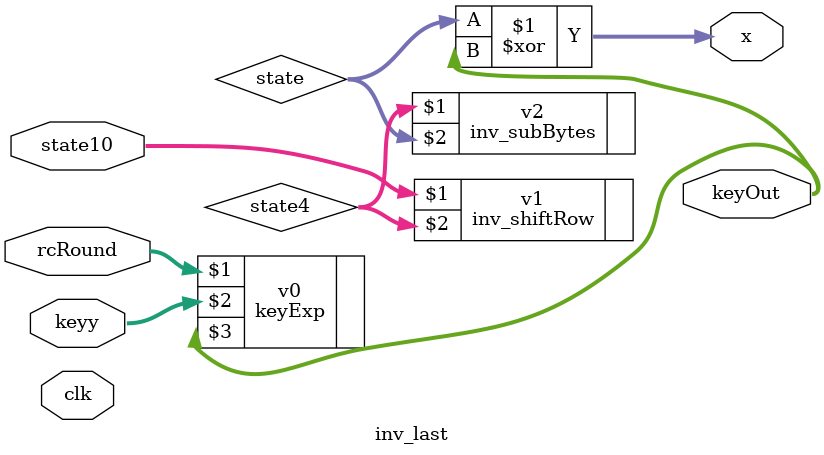
<source format=v>
/*************************************************************************** 
 ***                                                                     *** 
 *** EE 526 L Project                   Avinash Damse, Spring, 2023      *** 
 ***                                                                     *** 
 *** AES Encryption Decryption                                           *** 
 ***                                                                     *** 
 *************************************************************************** 
 ***  Filename: invlastround.v   Created by Avinash Damse,  2nd May 2023 *** 
 ***     								         					 	 *** 
 ***************************************************************************/ 


`timescale 1ns / 1ps
module inv_last(clk,rcRound,keyy,keyOut,state10,x);
input clk;
input [3:0] rcRound;
input [127:0] state10;
input [127:0] keyy;
output [127:0] keyOut;
output [127:0] x;


wire [127:0] state4,state;


//10th round(no mixcolumns)
keyExp v0(rcRound, keyy,keyOut);
inv_shiftRow v1(state10, state4);
inv_subBytes v2(state4, state);

assign x = state^keyOut;



endmodule
</source>
